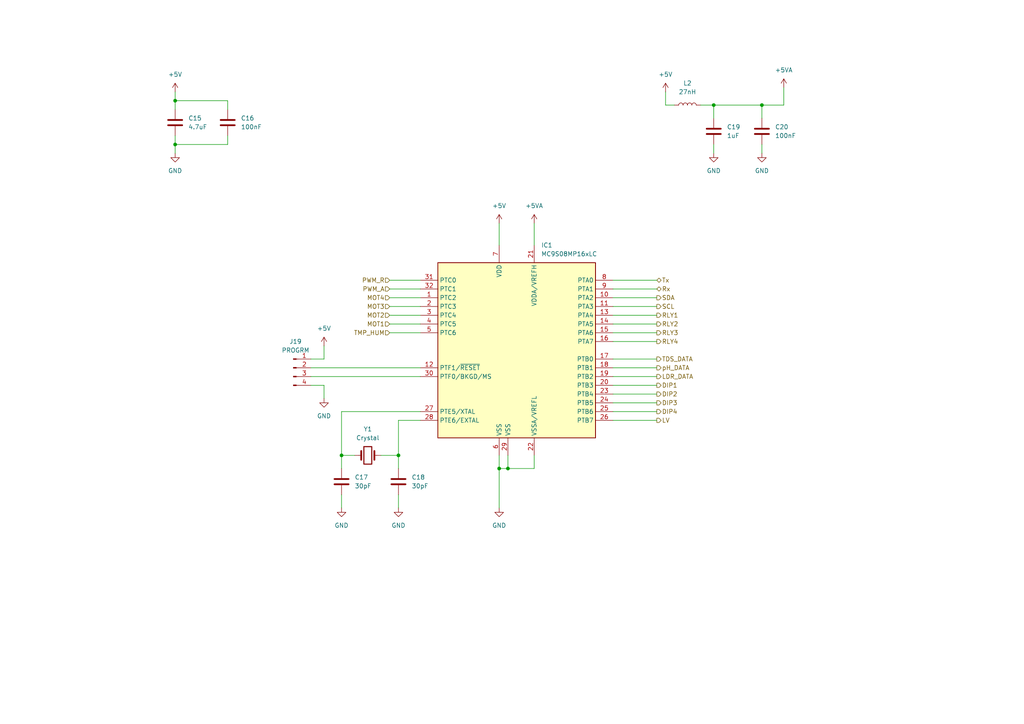
<source format=kicad_sch>
(kicad_sch (version 20211123) (generator eeschema)
  (paper "A4")
  (lib_symbols
    (symbol "Connector:Conn_01x04_Male" (pin_names (offset 1.016) hide)
      (property "Reference" "J" (at 0 5.08 0))
      (property "Value" "Conn_01x04_Male" (at 0 -7.62 0))
      (symbol "Conn_01x04_Male_1_1"
        (polyline (pts (xy 1.27 -5.08) (xy 0.8636 -5.08)) (stroke (width 0.1524)))
        (polyline (pts (xy 1.27 -2.54) (xy 0.8636 -2.54)) (stroke (width 0.1524)))
        (polyline (pts (xy 1.27 0) (xy 0.8636 0)) (stroke (width 0.1524)))
        (polyline (pts (xy 1.27 2.54) (xy 0.8636 2.54)) (stroke (width 0.1524)))
        (rectangle (start 0.8636 -4.953) (end 0 -5.207) (stroke (width 0.1524)) (fill (type outline)))
        (rectangle (start 0.8636 -2.413) (end 0 -2.667) (stroke (width 0.1524)) (fill (type outline)))
        (rectangle (start 0.8636 0.127) (end 0 -0.127) (stroke (width 0.1524)) (fill (type outline)))
        (rectangle (start 0.8636 2.667) (end 0 2.413) (stroke (width 0.1524)) (fill (type outline)))
        (pin passive line (at 5.08 2.54 180) (length 3.81) (name "Pin_1") (number "1"))
        (pin passive line (at 5.08 0 180) (length 3.81) (name "Pin_2") (number "2"))
        (pin passive line (at 5.08 -2.54 180) (length 3.81) (name "Pin_3") (number "3"))
        (pin passive line (at 5.08 -5.08 180) (length 3.81) (name "Pin_4") (number "4"))
      )
    )
    (symbol "Device:C" (pin_numbers hide) (pin_names (offset 0.254))
      (property "Reference" "C" (at 0.635 2.54 0))
      (property "Value" "C" (at 0.635 -2.54 0))
      (symbol "C_0_1"
        (polyline (pts (xy -2.032 -0.762) (xy 2.032 -0.762)) (stroke (width 0.508)))
        (polyline (pts (xy -2.032 0.762) (xy 2.032 0.762)) (stroke (width 0.508)))
      )
      (symbol "C_1_1"
        (pin passive line (at 0 3.81 270) (length 2.794) (name "~") (number "1"))
        (pin passive line (at 0 -3.81 90) (length 2.794) (name "~") (number "2"))
      )
    )
    (symbol "Device:Crystal" (pin_numbers hide) (pin_names (offset 1.016) hide)
      (property "Reference" "Y" (at 0 3.81 0))
      (property "Value" "Crystal" (at 0 -3.81 0))
      (symbol "Crystal_0_1"
        (rectangle (start -1.143 2.54) (end 1.143 -2.54) (stroke (width 0.3048)))
        (polyline (pts (xy -2.54 0) (xy -1.905 0)))
        (polyline (pts (xy -1.905 -1.27) (xy -1.905 1.27)) (stroke (width 0.508)))
        (polyline (pts (xy 1.905 -1.27) (xy 1.905 1.27)) (stroke (width 0.508)))
        (polyline (pts (xy 2.54 0) (xy 1.905 0)))
      )
      (symbol "Crystal_1_1"
        (pin passive line (at -3.81 0 0) (length 1.27) (name "1") (number "1"))
        (pin passive line (at 3.81 0 180) (length 1.27) (name "2") (number "2"))
      )
    )
    (symbol "Device:L" (pin_numbers hide) (pin_names (offset 1.016) hide)
      (property "Reference" "L" (at -1.27 0 90))
      (property "Value" "L" (at 1.905 0 90))
      (symbol "L_0_1"
        (arc (start 0 -2.54) (mid 0.635 -1.905) (end 0 -1.27))
        (arc (start 0 -1.27) (mid 0.635 -0.635) (end 0 0))
        (arc (start 0 0) (mid 0.635 0.635) (end 0 1.27))
        (arc (start 0 1.27) (mid 0.635 1.905) (end 0 2.54))
      )
      (symbol "L_1_1"
        (pin passive line (at 0 3.81 270) (length 1.27) (name "1") (number "1"))
        (pin passive line (at 0 -3.81 90) (length 1.27) (name "2") (number "2"))
      )
    )
    (symbol "MCU_NXP_S08:MC9S08MP16xLC"
      (property "Reference" "IC" (at -22.86 26.67 0))
      (property "Value" "MC9S08MP16xLC" (at 22.86 26.67 0))
      (symbol "MC9S08MP16xLC_0_1"
        (rectangle (start -22.86 25.4) (end 22.86 -25.4) (stroke (width 0.254)) (fill (type background)))
      )
      (symbol "MC9S08MP16xLC_1_1"
        (pin bidirectional line (at -27.94 15.24 0) (length 5.08) (name "PTC2") (number "1"))
        (pin bidirectional line (at 27.94 15.24 180) (length 5.08) (name "PTA2") (number "10"))
        (pin bidirectional line (at 27.94 12.7 180) (length 5.08) (name "PTA3") (number "11"))
        (pin bidirectional line (at -27.94 -5.08 0) (length 5.08) (name "PTF1/~{RESET}") (number "12"))
        (pin bidirectional line (at 27.94 10.16 180) (length 5.08) (name "PTA4") (number "13"))
        (pin bidirectional line (at 27.94 7.62 180) (length 5.08) (name "PTA5") (number "14"))
        (pin bidirectional line (at 27.94 5.08 180) (length 5.08) (name "PTA6") (number "15"))
        (pin bidirectional line (at 27.94 2.54 180) (length 5.08) (name "PTA7") (number "16"))
        (pin bidirectional line (at 27.94 -2.54 180) (length 5.08) (name "PTB0") (number "17"))
        (pin bidirectional line (at 27.94 -5.08 180) (length 5.08) (name "PTB1") (number "18"))
        (pin bidirectional line (at 27.94 -7.62 180) (length 5.08) (name "PTB2") (number "19"))
        (pin bidirectional line (at -27.94 12.7 0) (length 5.08) (name "PTC3") (number "2"))
        (pin bidirectional line (at 27.94 -10.16 180) (length 5.08) (name "PTB3") (number "20"))
        (pin power_in line (at 5.08 30.48 270) (length 5.08) (name "VDDA/VREFH") (number "21"))
        (pin power_in line (at 5.08 -30.48 90) (length 5.08) (name "VSSA/VREFL") (number "22"))
        (pin bidirectional line (at 27.94 -12.7 180) (length 5.08) (name "PTB4") (number "23"))
        (pin bidirectional line (at 27.94 -15.24 180) (length 5.08) (name "PTB5") (number "24"))
        (pin bidirectional line (at 27.94 -17.78 180) (length 5.08) (name "PTB6") (number "25"))
        (pin bidirectional line (at 27.94 -20.32 180) (length 5.08) (name "PTB7") (number "26"))
        (pin bidirectional line (at -27.94 -17.78 0) (length 5.08) (name "PTE5/XTAL") (number "27"))
        (pin bidirectional line (at -27.94 -20.32 0) (length 5.08) (name "PTE6/EXTAL") (number "28"))
        (pin power_in line (at -2.54 -30.48 90) (length 5.08) (name "VSS") (number "29"))
        (pin bidirectional line (at -27.94 10.16 0) (length 5.08) (name "PTC4") (number "3"))
        (pin bidirectional line (at -27.94 -7.62 0) (length 5.08) (name "PTF0/BKGD/MS") (number "30"))
        (pin bidirectional line (at -27.94 20.32 0) (length 5.08) (name "PTC0") (number "31"))
        (pin bidirectional line (at -27.94 17.78 0) (length 5.08) (name "PTC1") (number "32"))
        (pin bidirectional line (at -27.94 7.62 0) (length 5.08) (name "PTC5") (number "4"))
        (pin bidirectional line (at -27.94 5.08 0) (length 5.08) (name "PTC6") (number "5"))
        (pin power_in line (at -5.08 -30.48 90) (length 5.08) (name "VSS") (number "6"))
        (pin power_in line (at -5.08 30.48 270) (length 5.08) (name "VDD") (number "7"))
        (pin bidirectional line (at 27.94 20.32 180) (length 5.08) (name "PTA0") (number "8"))
        (pin bidirectional line (at 27.94 17.78 180) (length 5.08) (name "PTA1") (number "9"))
      )
    )
    (symbol "power:+5V" (power) (pin_names (offset 0))
      (property "Value" "+5V" (at 0 3.556 0))
      (symbol "+5V_0_1"
        (polyline (pts (xy -0.762 1.27) (xy 0 2.54)))
        (polyline (pts (xy 0 0) (xy 0 2.54)))
        (polyline (pts (xy 0 2.54) (xy 0.762 1.27)))
      )
      (symbol "+5V_1_1"
        (pin power_in line (at 0 0 90) (length 0) hide (name "+5V") (number "1"))
      )
    )
    (symbol "power:+5VA" (power) (pin_names (offset 0))
      (property "Value" "+5VA" (at 0 3.556 0))
      (symbol "+5VA_0_1"
        (polyline (pts (xy -0.762 1.27) (xy 0 2.54)))
        (polyline (pts (xy 0 0) (xy 0 2.54)))
        (polyline (pts (xy 0 2.54) (xy 0.762 1.27)))
      )
      (symbol "+5VA_1_1"
        (pin power_in line (at 0 0 90) (length 0) hide (name "+5VA") (number "1"))
      )
    )
    (symbol "power:GND" (power) (pin_names (offset 0))
      (property "Value" "GND" (at 0 -3.81 0))
      (symbol "GND_0_1"
        (polyline (pts (xy 0 0) (xy 0 -1.27) (xy 1.27 -1.27) (xy 0 -2.54) (xy -1.27 -1.27) (xy 0 -1.27)))
      )
      (symbol "GND_1_1"
        (pin power_in line (at 0 0 270) (length 0) hide (name "GND") (number "1"))
      )
    )
  )
  (junction (at 50.8 41.91))
  (junction (at 50.8 29.21))
  (junction (at 207.01 30.48))
  (junction (at 147.32 135.89))
  (junction (at 220.98 30.48))
  (junction (at 115.57 132.08))
  (junction (at 144.78 135.89))
  (junction (at 99.06 132.08))
  (wire (pts (xy 177.8 93.98) (xy 190.5 93.98)))
  (wire (pts (xy 220.98 30.48) (xy 220.98 34.29)))
  (wire (pts (xy 113.03 81.28) (xy 121.92 81.28)))
  (wire (pts (xy 177.8 88.9) (xy 190.5 88.9)))
  (wire (pts (xy 66.04 41.91) (xy 50.8 41.91)))
  (wire (pts (xy 99.06 119.38) (xy 121.92 119.38)))
  (wire (pts (xy 115.57 132.08) (xy 115.57 135.89)))
  (wire (pts (xy 99.06 135.89) (xy 99.06 132.08)))
  (wire (pts (xy 50.8 41.91) (xy 50.8 39.37)))
  (wire (pts (xy 227.33 25.4) (xy 227.33 30.48)))
  (wire (pts (xy 66.04 39.37) (xy 66.04 41.91)))
  (wire (pts (xy 207.01 41.91) (xy 207.01 44.45)))
  (wire (pts (xy 50.8 29.21) (xy 66.04 29.21)))
  (wire (pts (xy 177.8 116.84) (xy 190.5 116.84)))
  (wire (pts (xy 121.92 121.92) (xy 115.57 121.92)))
  (wire (pts (xy 177.8 91.44) (xy 190.5 91.44)))
  (wire (pts (xy 115.57 121.92) (xy 115.57 132.08)))
  (wire (pts (xy 220.98 41.91) (xy 220.98 44.45)))
  (wire (pts (xy 177.8 96.52) (xy 190.5 96.52)))
  (wire (pts (xy 147.32 132.08) (xy 147.32 135.89)))
  (wire (pts (xy 93.98 111.76) (xy 93.98 115.57)))
  (wire (pts (xy 227.33 30.48) (xy 220.98 30.48)))
  (wire (pts (xy 90.17 111.76) (xy 93.98 111.76)))
  (wire (pts (xy 90.17 106.68) (xy 121.92 106.68)))
  (wire (pts (xy 154.94 132.08) (xy 154.94 135.89)))
  (wire (pts (xy 203.2 30.48) (xy 207.01 30.48)))
  (wire (pts (xy 50.8 26.67) (xy 50.8 29.21)))
  (wire (pts (xy 90.17 109.22) (xy 121.92 109.22)))
  (wire (pts (xy 110.49 132.08) (xy 115.57 132.08)))
  (wire (pts (xy 113.03 86.36) (xy 121.92 86.36)))
  (wire (pts (xy 144.78 64.77) (xy 144.78 71.12)))
  (wire (pts (xy 113.03 88.9) (xy 121.92 88.9)))
  (wire (pts (xy 144.78 132.08) (xy 144.78 135.89)))
  (wire (pts (xy 99.06 143.51) (xy 99.06 147.32)))
  (wire (pts (xy 177.8 121.92) (xy 190.5 121.92)))
  (wire (pts (xy 154.94 64.77) (xy 154.94 71.12)))
  (wire (pts (xy 50.8 29.21) (xy 50.8 31.75)))
  (wire (pts (xy 177.8 109.22) (xy 190.5 109.22)))
  (wire (pts (xy 147.32 135.89) (xy 144.78 135.89)))
  (wire (pts (xy 113.03 91.44) (xy 121.92 91.44)))
  (wire (pts (xy 144.78 135.89) (xy 144.78 147.32)))
  (wire (pts (xy 113.03 96.52) (xy 121.92 96.52)))
  (wire (pts (xy 99.06 132.08) (xy 102.87 132.08)))
  (wire (pts (xy 193.04 30.48) (xy 193.04 26.67)))
  (wire (pts (xy 207.01 30.48) (xy 207.01 34.29)))
  (wire (pts (xy 207.01 30.48) (xy 220.98 30.48)))
  (wire (pts (xy 177.8 111.76) (xy 190.5 111.76)))
  (wire (pts (xy 177.8 99.06) (xy 190.5 99.06)))
  (wire (pts (xy 154.94 135.89) (xy 147.32 135.89)))
  (wire (pts (xy 177.8 119.38) (xy 190.5 119.38)))
  (wire (pts (xy 177.8 114.3) (xy 190.5 114.3)))
  (wire (pts (xy 113.03 83.82) (xy 121.92 83.82)))
  (wire (pts (xy 50.8 41.91) (xy 50.8 44.45)))
  (wire (pts (xy 195.58 30.48) (xy 193.04 30.48)))
  (wire (pts (xy 90.17 104.14) (xy 93.98 104.14)))
  (wire (pts (xy 113.03 93.98) (xy 121.92 93.98)))
  (wire (pts (xy 177.8 104.14) (xy 190.5 104.14)))
  (wire (pts (xy 66.04 31.75) (xy 66.04 29.21)))
  (wire (pts (xy 177.8 106.68) (xy 190.5 106.68)))
  (wire (pts (xy 93.98 104.14) (xy 93.98 100.33)))
  (wire (pts (xy 115.57 143.51) (xy 115.57 147.32)))
  (wire (pts (xy 177.8 83.82) (xy 190.5 83.82)))
  (wire (pts (xy 99.06 132.08) (xy 99.06 119.38)))
  (wire (pts (xy 177.8 86.36) (xy 190.5 86.36)))
  (wire (pts (xy 177.8 81.28) (xy 190.5 81.28)))
  (hierarchical_label "RLY4" (shape output) (at 190.5 99.06 0))
  (hierarchical_label "DIP2" (shape output) (at 190.5 114.3 0))
  (hierarchical_label "MOT4" (shape input) (at 113.03 86.36 180))
  (hierarchical_label "RLY1" (shape output) (at 190.5 91.44 0))
  (hierarchical_label "MOT2" (shape input) (at 113.03 91.44 180))
  (hierarchical_label "Rx" (shape bidirectional) (at 190.5 83.82 0))
  (hierarchical_label "TMP_HUM" (shape input) (at 113.03 96.52 180))
  (hierarchical_label "pH_DATA" (shape output) (at 190.5 106.68 0))
  (hierarchical_label "DIP3" (shape output) (at 190.5 116.84 0))
  (hierarchical_label "Tx" (shape bidirectional) (at 190.5 81.28 0))
  (hierarchical_label "SDA" (shape output) (at 190.5 86.36 0))
  (hierarchical_label "LDR_DATA" (shape output) (at 190.5 109.22 0))
  (hierarchical_label "TDS_DATA" (shape output) (at 190.5 104.14 0))
  (hierarchical_label "SCL" (shape output) (at 190.5 88.9 0))
  (hierarchical_label "RLY2" (shape output) (at 190.5 93.98 0))
  (hierarchical_label "MOT3" (shape input) (at 113.03 88.9 180))
  (hierarchical_label "DIP4" (shape output) (at 190.5 119.38 0))
  (hierarchical_label "MOT1" (shape input) (at 113.03 93.98 180))
  (hierarchical_label "PWM_A" (shape input) (at 113.03 83.82 180))
  (hierarchical_label "RLY3" (shape output) (at 190.5 96.52 0))
  (hierarchical_label "LV" (shape output) (at 190.5 121.92 0))
  (hierarchical_label "PWM_R" (shape input) (at 113.03 81.28 180))
  (hierarchical_label "DIP1" (shape output) (at 190.5 111.76 0))
  (symbol (lib_id "Device:L") (at 199.39 30.48 90) (unit 1)
    (property "Reference" "L2" (at 199.39 24.13 90))
    (property "Value" "27nH" (at 199.39 26.67 90))
    (property "Footprint" "Inductor_SMD:L_0805_2012Metric" (effects hide))
  )
  (symbol (lib_id "power:GND") (at 207.01 44.45 0) (unit 1)
    (property "Reference" "#PWR078" (effects hide))
    (property "Value" "GND" (at 207.01 49.53 0))
  )
  (symbol (lib_id "Device:C") (at 66.04 35.56 0) (unit 1)
    (property "Reference" "C16" (at 69.85 34.2899 0) (effects (justify left)))
    (property "Value" "100nF" (at 69.85 36.8299 0) (effects (justify left)))
    (property "Footprint" "Capacitor_SMD:C_0603_1608Metric" (effects hide))
  )
  (symbol (lib_id "power:GND") (at 93.98 115.57 0) (unit 1)
    (property "Reference" "#PWR072" (effects hide))
    (property "Value" "GND" (at 93.98 120.65 0))
  )
  (symbol (lib_id "power:+5V") (at 193.04 26.67 0) (unit 1)
    (property "Reference" "#PWR077" (effects hide))
    (property "Value" "+5V" (at 193.04 21.59 0))
  )
  (symbol (lib_id "power:+5V") (at 50.8 26.67 0) (unit 1)
    (property "Reference" "#PWR069" (effects hide))
    (property "Value" "+5V" (at 50.8 21.59 0))
  )
  (symbol (lib_id "power:+5V") (at 144.78 64.77 0) (unit 1)
    (property "Reference" "#PWR0101" (effects hide))
    (property "Value" "+5V" (at 144.78 59.69 0))
  )
  (symbol (lib_id "Device:C") (at 50.8 35.56 0) (unit 1)
    (property "Reference" "C15" (at 54.61 34.2899 0) (effects (justify left)))
    (property "Value" "4.7uF" (at 54.61 36.8299 0) (effects (justify left)))
    (property "Footprint" "Capacitor_SMD:C_0603_1608Metric" (effects hide))
  )
  (symbol (lib_id "Connector:Conn_01x04_Male") (at 85.09 106.68 0) (unit 1)
    (property "Reference" "J19" (at 85.725 99.06 0))
    (property "Value" "PROGRM" (at 85.725 101.6 0))
    (property "Footprint" "Connector_PinHeader_2.54mm:PinHeader_1x04_P2.54mm_Vertical" (effects hide))
  )
  (symbol (lib_id "Device:Crystal") (at 106.68 132.08 0) (unit 1)
    (property "Reference" "Y1" (at 106.68 124.46 0))
    (property "Value" "Crystal" (at 106.68 127 0))
    (property "Footprint" "Crystal:Crystal_SMD_2012-2Pin_2.0x1.2mm" (effects hide))
  )
  (symbol (lib_id "Device:C") (at 115.57 139.7 0) (unit 1)
    (property "Reference" "C18" (at 119.38 138.4299 0) (effects (justify left)))
    (property "Value" "30pF" (at 119.38 140.9699 0) (effects (justify left)))
    (property "Footprint" "Capacitor_SMD:C_0603_1608Metric" (effects hide))
  )
  (symbol (lib_id "power:GND") (at 50.8 44.45 0) (unit 1)
    (property "Reference" "#PWR070" (effects hide))
    (property "Value" "GND" (at 50.8 49.53 0))
  )
  (symbol (lib_id "power:+5VA") (at 154.94 64.77 0) (unit 1)
    (property "Reference" "#PWR076" (effects hide))
    (property "Value" "+5VA" (at 154.94 59.69 0))
  )
  (symbol (lib_id "power:GND") (at 220.98 44.45 0) (unit 1)
    (property "Reference" "#PWR079" (effects hide))
    (property "Value" "GND" (at 220.98 49.53 0))
  )
  (symbol (lib_id "power:+5VA") (at 227.33 25.4 0) (unit 1)
    (property "Reference" "#PWR080" (effects hide))
    (property "Value" "+5VA" (at 227.33 20.32 0))
  )
  (symbol (lib_id "power:GND") (at 99.06 147.32 0) (unit 1)
    (property "Reference" "#PWR073" (effects hide))
    (property "Value" "GND" (at 99.06 152.4 0))
  )
  (symbol (lib_id "Device:C") (at 220.98 38.1 0) (unit 1)
    (property "Reference" "C20" (at 224.79 36.8299 0) (effects (justify left)))
    (property "Value" "100nF" (at 224.79 39.3699 0) (effects (justify left)))
    (property "Footprint" "Capacitor_SMD:C_0603_1608Metric" (effects hide))
  )
  (symbol (lib_id "MCU_NXP_S08:MC9S08MP16xLC") (at 149.86 101.6 0) (unit 1)
    (property "Reference" "IC1" (at 156.9594 71.12 0) (effects (justify left)))
    (property "Value" "MC9S08MP16xLC" (at 156.9594 73.66 0) (effects (justify left)))
    (property "Footprint" "Package_QFP:LQFP-32_7x7mm_P0.8mm" (effects hide))
    (property "Datasheet" "http://cache.nxp.com/files/microcontrollers/doc/ref_manual/MC9S08MP16RM.pdf" (effects hide))
  )
  (symbol (lib_id "power:GND") (at 144.78 147.32 0) (unit 1)
    (property "Reference" "#PWR075" (effects hide))
    (property "Value" "GND" (at 144.78 152.4 0))
  )
  (symbol (lib_id "Device:C") (at 207.01 38.1 0) (unit 1)
    (property "Reference" "C19" (at 210.82 36.8299 0) (effects (justify left)))
    (property "Value" "1uF" (at 210.82 39.3699 0) (effects (justify left)))
    (property "Footprint" "Capacitor_SMD:C_0603_1608Metric" (effects hide))
  )
  (symbol (lib_id "power:GND") (at 115.57 147.32 0) (unit 1)
    (property "Reference" "#PWR074" (effects hide))
    (property "Value" "GND" (at 115.57 152.4 0))
  )
  (symbol (lib_id "Device:C") (at 99.06 139.7 0) (unit 1)
    (property "Reference" "C17" (at 102.87 138.4299 0) (effects (justify left)))
    (property "Value" "30pF" (at 102.87 140.9699 0) (effects (justify left)))
    (property "Footprint" "Capacitor_SMD:C_0603_1608Metric" (effects hide))
  )
  (symbol (lib_id "power:+5V") (at 93.98 100.33 0) (unit 1)
    (property "Reference" "#PWR071" (effects hide))
    (property "Value" "+5V" (at 93.98 95.25 0))
  )
)
</source>
